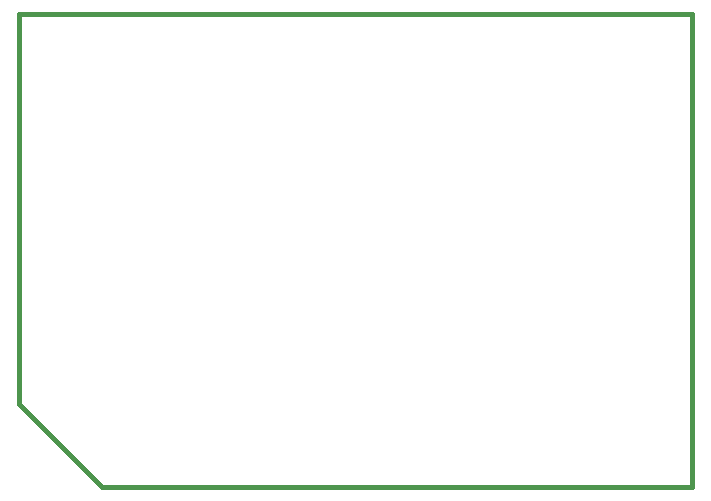
<source format=gko>
G04 start of page 4 for group 2 idx 6 *
G04 Title: roomunit-display, outline *
G04 Creator: pcb 1.99z *
G04 CreationDate: mån  6 apr 2015 22:03:21 UTC *
G04 For: jonatan *
G04 Format: Gerber/RS-274X *
G04 PCB-Dimensions (mil): 2362.20 1653.54 *
G04 PCB-Coordinate-Origin: lower left *
%MOIN*%
%FSLAX25Y25*%
%LNOUTLINE*%
%ADD26C,0.0150*%
G54D26*X3937Y33465D02*X31496Y5906D01*
X228346D01*
Y163386D01*
X3937D01*
Y33465D01*
M02*

</source>
